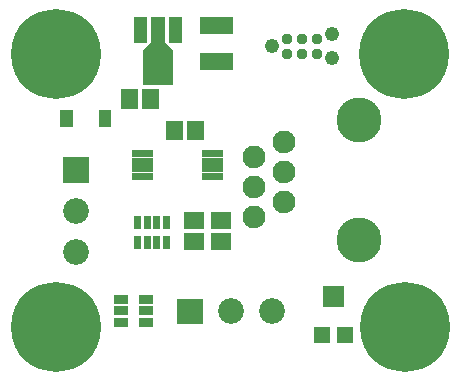
<source format=gbr>
G04 start of page 7 for group -4063 idx -4063 *
G04 Title: (unknown), componentmask *
G04 Creator: pcb 20140316 *
G04 CreationDate: Mon 02 Nov 2015 05:35:22 PM GMT UTC *
G04 For: ndholmes *
G04 Format: Gerber/RS-274X *
G04 PCB-Dimensions (mil): 1500.00 1250.00 *
G04 PCB-Coordinate-Origin: lower left *
%MOIN*%
%FSLAX25Y25*%
%LNTOPMASK*%
%ADD72R,0.0690X0.0690*%
%ADD71R,0.0530X0.0530*%
%ADD70R,0.0300X0.0300*%
%ADD69R,0.0230X0.0230*%
%ADD68R,0.0227X0.0227*%
%ADD67C,0.0370*%
%ADD66R,0.1005X0.1005*%
%ADD65R,0.0438X0.0438*%
%ADD64R,0.0420X0.0420*%
%ADD63R,0.0572X0.0572*%
%ADD62C,0.0490*%
%ADD61C,0.0860*%
%ADD60C,0.0001*%
%ADD59C,0.1500*%
%ADD58C,0.0760*%
%ADD57C,0.2997*%
G54D57*X133500Y17000D03*
G54D58*X83000Y53500D03*
G54D59*X118000Y46000D03*
G54D60*G36*
X57255Y26473D02*Y17873D01*
X65855D01*
Y26473D01*
X57255D01*
G37*
G54D61*X75335Y22173D03*
X89114D03*
G54D57*X133000Y108000D03*
G54D62*X89000Y110500D03*
X109000Y114500D03*
Y106500D03*
G54D59*X118000Y86000D03*
G54D57*X17000Y17000D03*
Y108000D03*
G54D60*G36*
X19373Y73745D02*Y65145D01*
X27973D01*
Y73745D01*
X19373D01*
G37*
G54D61*X23673Y55665D03*
Y41886D03*
G54D58*X93000Y58500D03*
X83000Y63500D03*
Y73500D03*
X93000Y68500D03*
Y78500D03*
G54D63*X63543Y82893D02*Y82107D01*
X67745Y117405D02*X73255D01*
X67745Y105595D02*X73255D01*
X56457Y82893D02*Y82107D01*
G54D64*X20500Y87100D02*Y85900D01*
X33400Y87100D02*Y85900D01*
G54D63*X41457Y93393D02*Y92607D01*
X48543Y93393D02*Y92607D01*
G54D65*X56906Y117984D02*Y113890D01*
X51000Y117984D02*Y106174D01*
G54D66*Y104440D02*Y102550D01*
G54D60*G36*
X52885Y112429D02*X56149Y109165D01*
X54305Y107321D01*
X51041Y110585D01*
X52885Y112429D01*
G37*
G36*
X45851Y109165D02*X49115Y112429D01*
X50959Y110585D01*
X47695Y107321D01*
X45851Y109165D01*
G37*
G54D65*X45094Y117984D02*Y113890D01*
G54D67*X94000Y108000D03*
X99000D03*
X104000D03*
X94000Y113000D03*
X99000D03*
X104000D03*
G54D68*X47425Y52783D02*Y50913D01*
X44276Y52783D02*Y50913D01*
Y46087D02*Y44217D01*
X47425Y46087D02*Y44217D01*
X50575Y46087D02*Y44217D01*
X53724Y52783D02*Y50913D01*
X50575Y52783D02*Y50913D01*
G54D63*X62607Y52543D02*X63393D01*
X71607D02*X72393D01*
G54D68*X53724Y46087D02*Y44217D01*
G54D63*X62607Y45457D02*X63393D01*
X71607D02*X72393D01*
G54D69*X43583Y74838D02*X48189D01*
X43583Y72279D02*X48189D01*
X43583Y69721D02*X48189D01*
X43583Y67162D02*X48189D01*
X66811D02*X71417D01*
X66811Y69721D02*X71417D01*
X66811Y72279D02*X71417D01*
X66811Y74838D02*X71417D01*
G54D70*X46200Y18500D02*X47800D01*
X46200Y22400D02*X47800D01*
X46200Y26300D02*X47800D01*
X38000D02*X39600D01*
X38000Y22400D02*X39600D01*
X38000Y18500D02*X39600D01*
G54D71*X105599Y14450D02*X105600D01*
X113400D02*X113401D01*
G54D72*X109500Y27250D02*X109501D01*
M02*

</source>
